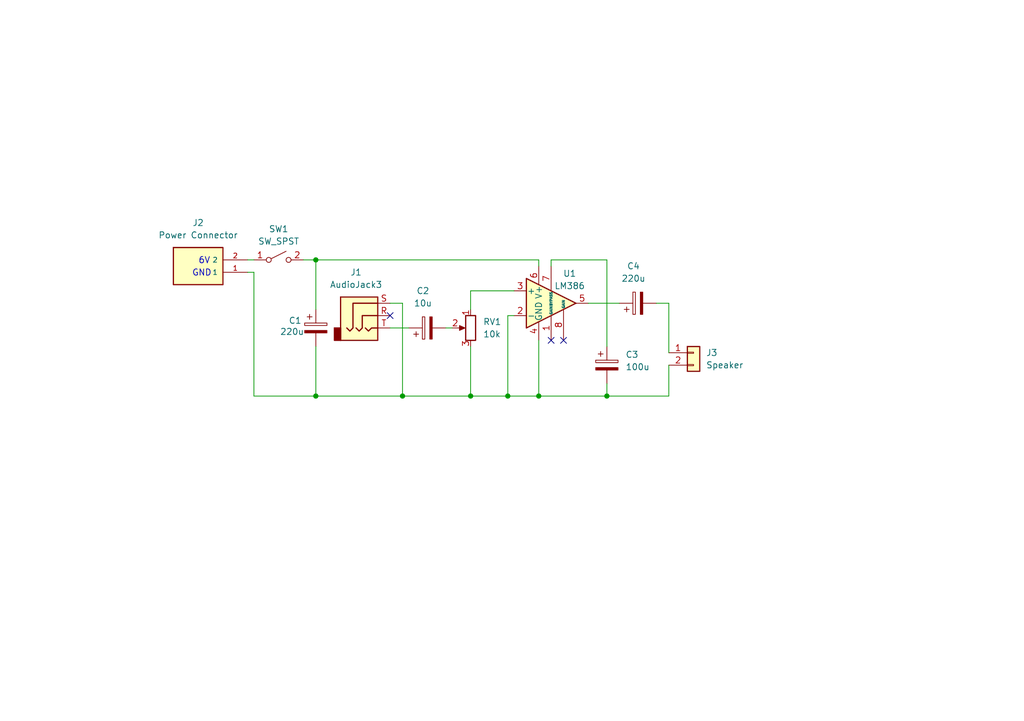
<source format=kicad_sch>
(kicad_sch
	(version 20250114)
	(generator "eeschema")
	(generator_version "9.0")
	(uuid "5f848165-ec96-4f3e-be14-bab1aa8ce7bc")
	(paper "A5")
	(lib_symbols
		(symbol "Amplifier_Audio:LM386"
			(pin_names
				(offset 0.127)
			)
			(exclude_from_sim no)
			(in_bom yes)
			(on_board yes)
			(property "Reference" "U"
				(at 1.27 7.62 0)
				(effects
					(font
						(size 1.27 1.27)
					)
					(justify left)
				)
			)
			(property "Value" "LM386"
				(at 1.27 5.08 0)
				(effects
					(font
						(size 1.27 1.27)
					)
					(justify left)
				)
			)
			(property "Footprint" ""
				(at 2.54 2.54 0)
				(effects
					(font
						(size 1.27 1.27)
					)
					(hide yes)
				)
			)
			(property "Datasheet" "http://www.ti.com/lit/ds/symlink/lm386.pdf"
				(at 5.08 5.08 0)
				(effects
					(font
						(size 1.27 1.27)
					)
					(hide yes)
				)
			)
			(property "Description" "Low Voltage Audio Power Amplifier, DIP-8/SOIC-8/SSOP-8"
				(at 0 0 0)
				(effects
					(font
						(size 1.27 1.27)
					)
					(hide yes)
				)
			)
			(property "ki_keywords" "single Power opamp"
				(at 0 0 0)
				(effects
					(font
						(size 1.27 1.27)
					)
					(hide yes)
				)
			)
			(property "ki_fp_filters" "SOIC*3.9x4.9mm*P1.27mm* DIP*W7.62mm* MSSOP*P0.65mm* TSSOP*3x3mm*P0.5mm*"
				(at 0 0 0)
				(effects
					(font
						(size 1.27 1.27)
					)
					(hide yes)
				)
			)
			(symbol "LM386_0_1"
				(polyline
					(pts
						(xy 5.08 0) (xy -5.08 5.08) (xy -5.08 -5.08) (xy 5.08 0)
					)
					(stroke
						(width 0.254)
						(type default)
					)
					(fill
						(type background)
					)
				)
			)
			(symbol "LM386_1_1"
				(pin input line
					(at -7.62 2.54 0)
					(length 2.54)
					(name "+"
						(effects
							(font
								(size 1.27 1.27)
							)
						)
					)
					(number "3"
						(effects
							(font
								(size 1.27 1.27)
							)
						)
					)
				)
				(pin input line
					(at -7.62 -2.54 0)
					(length 2.54)
					(name "-"
						(effects
							(font
								(size 1.27 1.27)
							)
						)
					)
					(number "2"
						(effects
							(font
								(size 1.27 1.27)
							)
						)
					)
				)
				(pin power_in line
					(at -2.54 7.62 270)
					(length 3.81)
					(name "V+"
						(effects
							(font
								(size 1.27 1.27)
							)
						)
					)
					(number "6"
						(effects
							(font
								(size 1.27 1.27)
							)
						)
					)
				)
				(pin power_in line
					(at -2.54 -7.62 90)
					(length 3.81)
					(name "GND"
						(effects
							(font
								(size 1.27 1.27)
							)
						)
					)
					(number "4"
						(effects
							(font
								(size 1.27 1.27)
							)
						)
					)
				)
				(pin input line
					(at 0 7.62 270)
					(length 5.08)
					(name "BYPASS"
						(effects
							(font
								(size 0.508 0.508)
							)
						)
					)
					(number "7"
						(effects
							(font
								(size 1.27 1.27)
							)
						)
					)
				)
				(pin input line
					(at 0 -7.62 90)
					(length 5.08)
					(name "GAIN"
						(effects
							(font
								(size 0.508 0.508)
							)
						)
					)
					(number "1"
						(effects
							(font
								(size 1.27 1.27)
							)
						)
					)
				)
				(pin input line
					(at 2.54 -7.62 90)
					(length 6.35)
					(name "GAIN"
						(effects
							(font
								(size 0.508 0.508)
							)
						)
					)
					(number "8"
						(effects
							(font
								(size 1.27 1.27)
							)
						)
					)
				)
				(pin output line
					(at 7.62 0 180)
					(length 2.54)
					(name "~"
						(effects
							(font
								(size 1.27 1.27)
							)
						)
					)
					(number "5"
						(effects
							(font
								(size 1.27 1.27)
							)
						)
					)
				)
			)
			(embedded_fonts no)
		)
		(symbol "Connector_Audio:AudioJack3"
			(exclude_from_sim no)
			(in_bom yes)
			(on_board yes)
			(property "Reference" "J"
				(at 0 8.89 0)
				(effects
					(font
						(size 1.27 1.27)
					)
				)
			)
			(property "Value" "AudioJack3"
				(at 0 6.35 0)
				(effects
					(font
						(size 1.27 1.27)
					)
				)
			)
			(property "Footprint" ""
				(at 0 0 0)
				(effects
					(font
						(size 1.27 1.27)
					)
					(hide yes)
				)
			)
			(property "Datasheet" "~"
				(at 0 0 0)
				(effects
					(font
						(size 1.27 1.27)
					)
					(hide yes)
				)
			)
			(property "Description" "Audio Jack, 3 Poles (Stereo / TRS)"
				(at 0 0 0)
				(effects
					(font
						(size 1.27 1.27)
					)
					(hide yes)
				)
			)
			(property "ki_keywords" "audio jack receptacle stereo headphones phones TRS connector"
				(at 0 0 0)
				(effects
					(font
						(size 1.27 1.27)
					)
					(hide yes)
				)
			)
			(property "ki_fp_filters" "Jack*"
				(at 0 0 0)
				(effects
					(font
						(size 1.27 1.27)
					)
					(hide yes)
				)
			)
			(symbol "AudioJack3_0_1"
				(rectangle
					(start -5.08 -5.08)
					(end -6.35 -2.54)
					(stroke
						(width 0.254)
						(type default)
					)
					(fill
						(type outline)
					)
				)
				(polyline
					(pts
						(xy -1.905 -2.54) (xy -1.27 -3.175) (xy -0.635 -2.54) (xy -0.635 0) (xy 2.54 0)
					)
					(stroke
						(width 0.254)
						(type default)
					)
					(fill
						(type none)
					)
				)
				(polyline
					(pts
						(xy 0 -2.54) (xy 0.635 -3.175) (xy 1.27 -2.54) (xy 2.54 -2.54)
					)
					(stroke
						(width 0.254)
						(type default)
					)
					(fill
						(type none)
					)
				)
				(rectangle
					(start 2.54 3.81)
					(end -5.08 -5.08)
					(stroke
						(width 0.254)
						(type default)
					)
					(fill
						(type background)
					)
				)
				(polyline
					(pts
						(xy 2.54 2.54) (xy -2.54 2.54) (xy -2.54 -2.54) (xy -3.175 -3.175) (xy -3.81 -2.54)
					)
					(stroke
						(width 0.254)
						(type default)
					)
					(fill
						(type none)
					)
				)
			)
			(symbol "AudioJack3_1_1"
				(pin passive line
					(at 5.08 2.54 180)
					(length 2.54)
					(name "~"
						(effects
							(font
								(size 1.27 1.27)
							)
						)
					)
					(number "S"
						(effects
							(font
								(size 1.27 1.27)
							)
						)
					)
				)
				(pin passive line
					(at 5.08 0 180)
					(length 2.54)
					(name "~"
						(effects
							(font
								(size 1.27 1.27)
							)
						)
					)
					(number "R"
						(effects
							(font
								(size 1.27 1.27)
							)
						)
					)
				)
				(pin passive line
					(at 5.08 -2.54 180)
					(length 2.54)
					(name "~"
						(effects
							(font
								(size 1.27 1.27)
							)
						)
					)
					(number "T"
						(effects
							(font
								(size 1.27 1.27)
							)
						)
					)
				)
			)
			(embedded_fonts no)
		)
		(symbol "Connector_Generic:Conn_01x02"
			(pin_names
				(offset 1.016)
				(hide yes)
			)
			(exclude_from_sim no)
			(in_bom yes)
			(on_board yes)
			(property "Reference" "J"
				(at 0 2.54 0)
				(effects
					(font
						(size 1.27 1.27)
					)
				)
			)
			(property "Value" "Conn_01x02"
				(at 0 -5.08 0)
				(effects
					(font
						(size 1.27 1.27)
					)
				)
			)
			(property "Footprint" ""
				(at 0 0 0)
				(effects
					(font
						(size 1.27 1.27)
					)
					(hide yes)
				)
			)
			(property "Datasheet" "~"
				(at 0 0 0)
				(effects
					(font
						(size 1.27 1.27)
					)
					(hide yes)
				)
			)
			(property "Description" "Generic connector, single row, 01x02, script generated (kicad-library-utils/schlib/autogen/connector/)"
				(at 0 0 0)
				(effects
					(font
						(size 1.27 1.27)
					)
					(hide yes)
				)
			)
			(property "ki_keywords" "connector"
				(at 0 0 0)
				(effects
					(font
						(size 1.27 1.27)
					)
					(hide yes)
				)
			)
			(property "ki_fp_filters" "Connector*:*_1x??_*"
				(at 0 0 0)
				(effects
					(font
						(size 1.27 1.27)
					)
					(hide yes)
				)
			)
			(symbol "Conn_01x02_1_1"
				(rectangle
					(start -1.27 1.27)
					(end 1.27 -3.81)
					(stroke
						(width 0.254)
						(type default)
					)
					(fill
						(type background)
					)
				)
				(rectangle
					(start -1.27 0.127)
					(end 0 -0.127)
					(stroke
						(width 0.1524)
						(type default)
					)
					(fill
						(type none)
					)
				)
				(rectangle
					(start -1.27 -2.413)
					(end 0 -2.667)
					(stroke
						(width 0.1524)
						(type default)
					)
					(fill
						(type none)
					)
				)
				(pin passive line
					(at -5.08 0 0)
					(length 3.81)
					(name "Pin_1"
						(effects
							(font
								(size 1.27 1.27)
							)
						)
					)
					(number "1"
						(effects
							(font
								(size 1.27 1.27)
							)
						)
					)
				)
				(pin passive line
					(at -5.08 -2.54 0)
					(length 3.81)
					(name "Pin_2"
						(effects
							(font
								(size 1.27 1.27)
							)
						)
					)
					(number "2"
						(effects
							(font
								(size 1.27 1.27)
							)
						)
					)
				)
			)
			(embedded_fonts no)
		)
		(symbol "Device:C_Polarized"
			(pin_numbers
				(hide yes)
			)
			(pin_names
				(offset 0.254)
			)
			(exclude_from_sim no)
			(in_bom yes)
			(on_board yes)
			(property "Reference" "C"
				(at 0.635 2.54 0)
				(effects
					(font
						(size 1.27 1.27)
					)
					(justify left)
				)
			)
			(property "Value" "C_Polarized"
				(at 0.635 -2.54 0)
				(effects
					(font
						(size 1.27 1.27)
					)
					(justify left)
				)
			)
			(property "Footprint" ""
				(at 0.9652 -3.81 0)
				(effects
					(font
						(size 1.27 1.27)
					)
					(hide yes)
				)
			)
			(property "Datasheet" "~"
				(at 0 0 0)
				(effects
					(font
						(size 1.27 1.27)
					)
					(hide yes)
				)
			)
			(property "Description" "Polarized capacitor"
				(at 0 0 0)
				(effects
					(font
						(size 1.27 1.27)
					)
					(hide yes)
				)
			)
			(property "ki_keywords" "cap capacitor"
				(at 0 0 0)
				(effects
					(font
						(size 1.27 1.27)
					)
					(hide yes)
				)
			)
			(property "ki_fp_filters" "CP_*"
				(at 0 0 0)
				(effects
					(font
						(size 1.27 1.27)
					)
					(hide yes)
				)
			)
			(symbol "C_Polarized_0_1"
				(rectangle
					(start -2.286 0.508)
					(end 2.286 1.016)
					(stroke
						(width 0)
						(type default)
					)
					(fill
						(type none)
					)
				)
				(polyline
					(pts
						(xy -1.778 2.286) (xy -0.762 2.286)
					)
					(stroke
						(width 0)
						(type default)
					)
					(fill
						(type none)
					)
				)
				(polyline
					(pts
						(xy -1.27 2.794) (xy -1.27 1.778)
					)
					(stroke
						(width 0)
						(type default)
					)
					(fill
						(type none)
					)
				)
				(rectangle
					(start 2.286 -0.508)
					(end -2.286 -1.016)
					(stroke
						(width 0)
						(type default)
					)
					(fill
						(type outline)
					)
				)
			)
			(symbol "C_Polarized_1_1"
				(pin passive line
					(at 0 3.81 270)
					(length 2.794)
					(name "~"
						(effects
							(font
								(size 1.27 1.27)
							)
						)
					)
					(number "1"
						(effects
							(font
								(size 1.27 1.27)
							)
						)
					)
				)
				(pin passive line
					(at 0 -3.81 90)
					(length 2.794)
					(name "~"
						(effects
							(font
								(size 1.27 1.27)
							)
						)
					)
					(number "2"
						(effects
							(font
								(size 1.27 1.27)
							)
						)
					)
				)
			)
			(embedded_fonts no)
		)
		(symbol "Device:R_Potentiometer"
			(pin_names
				(offset 1.016)
				(hide yes)
			)
			(exclude_from_sim no)
			(in_bom yes)
			(on_board yes)
			(property "Reference" "RV"
				(at -4.445 0 90)
				(effects
					(font
						(size 1.27 1.27)
					)
				)
			)
			(property "Value" "R_Potentiometer"
				(at -2.54 0 90)
				(effects
					(font
						(size 1.27 1.27)
					)
				)
			)
			(property "Footprint" ""
				(at 0 0 0)
				(effects
					(font
						(size 1.27 1.27)
					)
					(hide yes)
				)
			)
			(property "Datasheet" "~"
				(at 0 0 0)
				(effects
					(font
						(size 1.27 1.27)
					)
					(hide yes)
				)
			)
			(property "Description" "Potentiometer"
				(at 0 0 0)
				(effects
					(font
						(size 1.27 1.27)
					)
					(hide yes)
				)
			)
			(property "ki_keywords" "resistor variable"
				(at 0 0 0)
				(effects
					(font
						(size 1.27 1.27)
					)
					(hide yes)
				)
			)
			(property "ki_fp_filters" "Potentiometer*"
				(at 0 0 0)
				(effects
					(font
						(size 1.27 1.27)
					)
					(hide yes)
				)
			)
			(symbol "R_Potentiometer_0_1"
				(rectangle
					(start 1.016 2.54)
					(end -1.016 -2.54)
					(stroke
						(width 0.254)
						(type default)
					)
					(fill
						(type none)
					)
				)
				(polyline
					(pts
						(xy 1.143 0) (xy 2.286 0.508) (xy 2.286 -0.508) (xy 1.143 0)
					)
					(stroke
						(width 0)
						(type default)
					)
					(fill
						(type outline)
					)
				)
				(polyline
					(pts
						(xy 2.54 0) (xy 1.524 0)
					)
					(stroke
						(width 0)
						(type default)
					)
					(fill
						(type none)
					)
				)
			)
			(symbol "R_Potentiometer_1_1"
				(pin passive line
					(at 0 3.81 270)
					(length 1.27)
					(name "1"
						(effects
							(font
								(size 1.27 1.27)
							)
						)
					)
					(number "1"
						(effects
							(font
								(size 1.27 1.27)
							)
						)
					)
				)
				(pin passive line
					(at 0 -3.81 90)
					(length 1.27)
					(name "3"
						(effects
							(font
								(size 1.27 1.27)
							)
						)
					)
					(number "3"
						(effects
							(font
								(size 1.27 1.27)
							)
						)
					)
				)
				(pin passive line
					(at 3.81 0 180)
					(length 1.27)
					(name "2"
						(effects
							(font
								(size 1.27 1.27)
							)
						)
					)
					(number "2"
						(effects
							(font
								(size 1.27 1.27)
							)
						)
					)
				)
			)
			(embedded_fonts no)
		)
		(symbol "OSTTA020161:OSTTA020161"
			(pin_names
				(offset 1.016)
			)
			(exclude_from_sim no)
			(in_bom yes)
			(on_board yes)
			(property "Reference" "J"
				(at -5.08 5.842 0)
				(effects
					(font
						(size 1.27 1.27)
					)
					(justify left bottom)
				)
			)
			(property "Value" "OSTTA020161"
				(at -5.08 -5.08 0)
				(effects
					(font
						(size 1.27 1.27)
					)
					(justify left bottom)
				)
			)
			(property "Footprint" "OSTTA020161:OST_OSTTA020161"
				(at 0 0 0)
				(effects
					(font
						(size 1.27 1.27)
					)
					(justify bottom)
					(hide yes)
				)
			)
			(property "Datasheet" ""
				(at 0 0 0)
				(effects
					(font
						(size 1.27 1.27)
					)
					(hide yes)
				)
			)
			(property "Description" "2 Position Wire to Board Terminal Block Horizontal with Board 0.197 (5.00mm) Through Hole"
				(at 0 0 0)
				(effects
					(font
						(size 1.27 1.27)
					)
					(justify bottom)
					(hide yes)
				)
			)
			(property "MF" "On Shore"
				(at 0 0 0)
				(effects
					(font
						(size 1.27 1.27)
					)
					(justify bottom)
					(hide yes)
				)
			)
			(property "PACKAGE" "None"
				(at 0 0 0)
				(effects
					(font
						(size 1.27 1.27)
					)
					(justify bottom)
					(hide yes)
				)
			)
			(property "PRICE" "None"
				(at 0 0 0)
				(effects
					(font
						(size 1.27 1.27)
					)
					(justify bottom)
					(hide yes)
				)
			)
			(property "Package" "None"
				(at 0 0 0)
				(effects
					(font
						(size 1.27 1.27)
					)
					(justify bottom)
					(hide yes)
				)
			)
			(property "Check_prices" "https://www.snapeda.com/parts/OSTTA020161/ON/view-part/?ref=eda"
				(at 0 0 0)
				(effects
					(font
						(size 1.27 1.27)
					)
					(justify bottom)
					(hide yes)
				)
			)
			(property "Price" "None"
				(at 0 0 0)
				(effects
					(font
						(size 1.27 1.27)
					)
					(justify bottom)
					(hide yes)
				)
			)
			(property "SnapEDA_Link" "https://www.snapeda.com/parts/OSTTA020161/ON/view-part/?ref=snap"
				(at 0 0 0)
				(effects
					(font
						(size 1.27 1.27)
					)
					(justify bottom)
					(hide yes)
				)
			)
			(property "MP" "OSTTA020161"
				(at 0 0 0)
				(effects
					(font
						(size 1.27 1.27)
					)
					(justify bottom)
					(hide yes)
				)
			)
			(property "Description_1" "\n                        \n                            2 Position Wire to Board Terminal Block Horizontal with Board 0.197 (5.00mm) Through Hole\n                        \n"
				(at 0 0 0)
				(effects
					(font
						(size 1.27 1.27)
					)
					(justify bottom)
					(hide yes)
				)
			)
			(property "Availability" "In Stock"
				(at 0 0 0)
				(effects
					(font
						(size 1.27 1.27)
					)
					(justify bottom)
					(hide yes)
				)
			)
			(property "AVAILABILITY" "In Stock"
				(at 0 0 0)
				(effects
					(font
						(size 1.27 1.27)
					)
					(justify bottom)
					(hide yes)
				)
			)
			(property "PURCHASE-URL" "https://pricing.snapeda.com/search/part/OSTTA020161/?ref=eda"
				(at 0 0 0)
				(effects
					(font
						(size 1.27 1.27)
					)
					(justify bottom)
					(hide yes)
				)
			)
			(symbol "OSTTA020161_0_0"
				(rectangle
					(start -5.08 -2.54)
					(end 5.08 5.08)
					(stroke
						(width 0.254)
						(type default)
					)
					(fill
						(type background)
					)
				)
				(pin passive line
					(at -10.16 2.54 0)
					(length 5.08)
					(name "1"
						(effects
							(font
								(size 1.016 1.016)
							)
						)
					)
					(number "1"
						(effects
							(font
								(size 1.016 1.016)
							)
						)
					)
				)
				(pin passive line
					(at -10.16 0 0)
					(length 5.08)
					(name "2"
						(effects
							(font
								(size 1.016 1.016)
							)
						)
					)
					(number "2"
						(effects
							(font
								(size 1.016 1.016)
							)
						)
					)
				)
			)
			(embedded_fonts no)
		)
		(symbol "Switch:SW_SPST"
			(pin_names
				(offset 0)
				(hide yes)
			)
			(exclude_from_sim no)
			(in_bom yes)
			(on_board yes)
			(property "Reference" "SW"
				(at 0 3.175 0)
				(effects
					(font
						(size 1.27 1.27)
					)
				)
			)
			(property "Value" "SW_SPST"
				(at 0 -2.54 0)
				(effects
					(font
						(size 1.27 1.27)
					)
				)
			)
			(property "Footprint" ""
				(at 0 0 0)
				(effects
					(font
						(size 1.27 1.27)
					)
					(hide yes)
				)
			)
			(property "Datasheet" "~"
				(at 0 0 0)
				(effects
					(font
						(size 1.27 1.27)
					)
					(hide yes)
				)
			)
			(property "Description" "Single Pole Single Throw (SPST) switch"
				(at 0 0 0)
				(effects
					(font
						(size 1.27 1.27)
					)
					(hide yes)
				)
			)
			(property "ki_keywords" "switch lever"
				(at 0 0 0)
				(effects
					(font
						(size 1.27 1.27)
					)
					(hide yes)
				)
			)
			(symbol "SW_SPST_0_0"
				(circle
					(center -2.032 0)
					(radius 0.508)
					(stroke
						(width 0)
						(type default)
					)
					(fill
						(type none)
					)
				)
				(polyline
					(pts
						(xy -1.524 0.254) (xy 1.524 1.778)
					)
					(stroke
						(width 0)
						(type default)
					)
					(fill
						(type none)
					)
				)
				(circle
					(center 2.032 0)
					(radius 0.508)
					(stroke
						(width 0)
						(type default)
					)
					(fill
						(type none)
					)
				)
			)
			(symbol "SW_SPST_1_1"
				(pin passive line
					(at -5.08 0 0)
					(length 2.54)
					(name "A"
						(effects
							(font
								(size 1.27 1.27)
							)
						)
					)
					(number "1"
						(effects
							(font
								(size 1.27 1.27)
							)
						)
					)
				)
				(pin passive line
					(at 5.08 0 180)
					(length 2.54)
					(name "B"
						(effects
							(font
								(size 1.27 1.27)
							)
						)
					)
					(number "2"
						(effects
							(font
								(size 1.27 1.27)
							)
						)
					)
				)
			)
			(embedded_fonts no)
		)
	)
	(text "6V"
		(exclude_from_sim no)
		(at 41.91 53.594 0)
		(effects
			(font
				(size 1.27 1.27)
			)
		)
		(uuid "0dcc82a1-132a-47a0-8256-13d1db43a213")
	)
	(text "GND"
		(exclude_from_sim no)
		(at 41.402 56.134 0)
		(effects
			(font
				(size 1.27 1.27)
			)
		)
		(uuid "8a813113-8a6b-4e58-b919-3dea9c7481af")
	)
	(junction
		(at 124.46 81.28)
		(diameter 0)
		(color 0 0 0 0)
		(uuid "170a220a-66dc-46d9-9a3c-5db957be3e7e")
	)
	(junction
		(at 82.55 81.28)
		(diameter 0)
		(color 0 0 0 0)
		(uuid "27979855-42c4-4ed0-aa09-475c36a49b3b")
	)
	(junction
		(at 64.77 53.34)
		(diameter 0)
		(color 0 0 0 0)
		(uuid "2cb7c983-5caa-41b4-a72a-ff2a1a240cb1")
	)
	(junction
		(at 64.77 81.28)
		(diameter 0)
		(color 0 0 0 0)
		(uuid "3d1890ad-ae7f-48ef-aba1-d899fa2d3e4c")
	)
	(junction
		(at 110.49 81.28)
		(diameter 0)
		(color 0 0 0 0)
		(uuid "7c7eb471-7fc3-4422-a6f9-e760d8e79e25")
	)
	(junction
		(at 96.52 81.28)
		(diameter 0)
		(color 0 0 0 0)
		(uuid "7e3beaf1-4c2d-43eb-9ec1-3e80413f10f5")
	)
	(junction
		(at 104.14 81.28)
		(diameter 0)
		(color 0 0 0 0)
		(uuid "9cfc826f-dace-48cf-8cee-c5477f1b375c")
	)
	(no_connect
		(at 113.03 69.85)
		(uuid "1e995726-ebb0-4943-bdf1-c393f959afd9")
	)
	(no_connect
		(at 115.57 69.85)
		(uuid "9f57208f-584c-49df-bf0a-3cc43c5deeda")
	)
	(no_connect
		(at 80.01 64.77)
		(uuid "b703b16e-3272-4af5-a3ca-e1f079024059")
	)
	(wire
		(pts
			(xy 137.16 62.23) (xy 137.16 72.39)
		)
		(stroke
			(width 0)
			(type default)
		)
		(uuid "0573aee1-aae2-4e35-9eb3-426aedcd22b2")
	)
	(wire
		(pts
			(xy 96.52 81.28) (xy 104.14 81.28)
		)
		(stroke
			(width 0)
			(type default)
		)
		(uuid "10852963-8b1e-4653-9318-78d72f39594a")
	)
	(wire
		(pts
			(xy 64.77 71.12) (xy 64.77 81.28)
		)
		(stroke
			(width 0)
			(type default)
		)
		(uuid "171e16cb-9479-4408-a128-d1e47f920739")
	)
	(wire
		(pts
			(xy 105.41 64.77) (xy 104.14 64.77)
		)
		(stroke
			(width 0)
			(type default)
		)
		(uuid "1bfd6c5e-33c8-4470-bb87-a620632553da")
	)
	(wire
		(pts
			(xy 124.46 53.34) (xy 124.46 71.12)
		)
		(stroke
			(width 0)
			(type default)
		)
		(uuid "1d481b2c-9b6e-459c-a91b-520b45a695ce")
	)
	(wire
		(pts
			(xy 124.46 78.74) (xy 124.46 81.28)
		)
		(stroke
			(width 0)
			(type default)
		)
		(uuid "1eecc98b-cebc-4bbd-879a-6557ba9fdc90")
	)
	(wire
		(pts
			(xy 104.14 81.28) (xy 110.49 81.28)
		)
		(stroke
			(width 0)
			(type default)
		)
		(uuid "28e9f137-a302-44af-820e-ef5cf501e781")
	)
	(wire
		(pts
			(xy 64.77 53.34) (xy 64.77 63.5)
		)
		(stroke
			(width 0)
			(type default)
		)
		(uuid "30177051-0fd9-449e-827f-5fb4e128fbc7")
	)
	(wire
		(pts
			(xy 62.23 53.34) (xy 64.77 53.34)
		)
		(stroke
			(width 0)
			(type default)
		)
		(uuid "3f1679a1-bee2-420b-8f36-a1210a653ddb")
	)
	(wire
		(pts
			(xy 80.01 62.23) (xy 82.55 62.23)
		)
		(stroke
			(width 0)
			(type default)
		)
		(uuid "5804adbd-b2e0-4148-9349-61311a6ae463")
	)
	(wire
		(pts
			(xy 82.55 81.28) (xy 96.52 81.28)
		)
		(stroke
			(width 0)
			(type default)
		)
		(uuid "581a6607-3620-4dec-8494-cfc7793d0661")
	)
	(wire
		(pts
			(xy 92.71 67.31) (xy 91.44 67.31)
		)
		(stroke
			(width 0)
			(type default)
		)
		(uuid "5a4fdf9b-9228-437d-bf5f-e8e39c9fc316")
	)
	(wire
		(pts
			(xy 52.07 81.28) (xy 64.77 81.28)
		)
		(stroke
			(width 0)
			(type default)
		)
		(uuid "68846297-805b-4cec-b819-5164627f6e97")
	)
	(wire
		(pts
			(xy 64.77 81.28) (xy 82.55 81.28)
		)
		(stroke
			(width 0)
			(type default)
		)
		(uuid "7866da00-ed18-40fe-9881-5425a2d0228c")
	)
	(wire
		(pts
			(xy 124.46 81.28) (xy 137.16 81.28)
		)
		(stroke
			(width 0)
			(type default)
		)
		(uuid "7f7ef353-ec60-4fa9-a14e-e3b48796757b")
	)
	(wire
		(pts
			(xy 80.01 67.31) (xy 83.82 67.31)
		)
		(stroke
			(width 0)
			(type default)
		)
		(uuid "84ee7456-dfae-4866-8f3e-40b490644122")
	)
	(wire
		(pts
			(xy 120.65 62.23) (xy 127 62.23)
		)
		(stroke
			(width 0)
			(type default)
		)
		(uuid "966386d1-c742-4082-85f5-df2f89e59475")
	)
	(wire
		(pts
			(xy 104.14 64.77) (xy 104.14 81.28)
		)
		(stroke
			(width 0)
			(type default)
		)
		(uuid "984fb87b-2a3d-4e74-ab5b-3fb425e1d944")
	)
	(wire
		(pts
			(xy 82.55 62.23) (xy 82.55 81.28)
		)
		(stroke
			(width 0)
			(type default)
		)
		(uuid "9b913ee1-974c-4b64-968d-dd1bd7e1c416")
	)
	(wire
		(pts
			(xy 50.8 53.34) (xy 52.07 53.34)
		)
		(stroke
			(width 0)
			(type default)
		)
		(uuid "9e2bde9b-bed9-4e0e-adf7-36d91e346f76")
	)
	(wire
		(pts
			(xy 113.03 53.34) (xy 124.46 53.34)
		)
		(stroke
			(width 0)
			(type default)
		)
		(uuid "a68248aa-4b34-4ca6-8c1e-5925877875d2")
	)
	(wire
		(pts
			(xy 137.16 74.93) (xy 137.16 81.28)
		)
		(stroke
			(width 0)
			(type default)
		)
		(uuid "ac51ad46-0275-4f73-bcc0-127e4df8bb7a")
	)
	(wire
		(pts
			(xy 110.49 69.85) (xy 110.49 81.28)
		)
		(stroke
			(width 0)
			(type default)
		)
		(uuid "b4ac4c7d-8e71-4007-8971-3d69d2ed7aa6")
	)
	(wire
		(pts
			(xy 137.16 62.23) (xy 134.62 62.23)
		)
		(stroke
			(width 0)
			(type default)
		)
		(uuid "c06e654c-7604-4887-876e-b181d66e46ae")
	)
	(wire
		(pts
			(xy 96.52 59.69) (xy 105.41 59.69)
		)
		(stroke
			(width 0)
			(type default)
		)
		(uuid "c958735d-2f5b-4451-8500-25c360c1dd5f")
	)
	(wire
		(pts
			(xy 64.77 53.34) (xy 110.49 53.34)
		)
		(stroke
			(width 0)
			(type default)
		)
		(uuid "cd4e4275-b40e-4831-b127-55267dfc2097")
	)
	(wire
		(pts
			(xy 52.07 81.28) (xy 52.07 55.88)
		)
		(stroke
			(width 0)
			(type default)
		)
		(uuid "d3b1924a-8538-489b-aa5e-bf6b081527bd")
	)
	(wire
		(pts
			(xy 110.49 81.28) (xy 124.46 81.28)
		)
		(stroke
			(width 0)
			(type default)
		)
		(uuid "dbbe46ef-1b08-48ed-9071-362ac8dcd934")
	)
	(wire
		(pts
			(xy 110.49 53.34) (xy 110.49 54.61)
		)
		(stroke
			(width 0)
			(type default)
		)
		(uuid "e89dd351-6c4d-4821-bfc7-f30af695fa4b")
	)
	(wire
		(pts
			(xy 52.07 55.88) (xy 50.8 55.88)
		)
		(stroke
			(width 0)
			(type default)
		)
		(uuid "e8c96f79-3a62-4545-bd76-17f1602d2f1b")
	)
	(wire
		(pts
			(xy 96.52 63.5) (xy 96.52 59.69)
		)
		(stroke
			(width 0)
			(type default)
		)
		(uuid "eb3af5ec-8ac7-4b1d-a68b-ee4b0205644d")
	)
	(wire
		(pts
			(xy 96.52 71.12) (xy 96.52 81.28)
		)
		(stroke
			(width 0)
			(type default)
		)
		(uuid "f38d4381-452f-4de8-910b-37176f065064")
	)
	(wire
		(pts
			(xy 113.03 54.61) (xy 113.03 53.34)
		)
		(stroke
			(width 0)
			(type default)
		)
		(uuid "fa91e738-868c-4043-a0d4-ab7288d5dc38")
	)
	(symbol
		(lib_id "Amplifier_Audio:LM386")
		(at 113.03 62.23 0)
		(unit 1)
		(exclude_from_sim no)
		(in_bom yes)
		(on_board yes)
		(dnp no)
		(uuid "05daa1a0-48cb-4ee8-bd44-5569350a403d")
		(property "Reference" "U1"
			(at 116.84 56.134 0)
			(effects
				(font
					(size 1.27 1.27)
				)
			)
		)
		(property "Value" "LM386"
			(at 116.84 58.674 0)
			(effects
				(font
					(size 1.27 1.27)
				)
			)
		)
		(property "Footprint" "Package_DIP:DIP-8_W7.62mm_Socket_LongPads"
			(at 115.57 59.69 0)
			(effects
				(font
					(size 1.27 1.27)
				)
				(hide yes)
			)
		)
		(property "Datasheet" "http://www.ti.com/lit/ds/symlink/lm386.pdf"
			(at 118.11 57.15 0)
			(effects
				(font
					(size 1.27 1.27)
				)
				(hide yes)
			)
		)
		(property "Description" "Low Voltage Audio Power Amplifier, DIP-8/SOIC-8/SSOP-8"
			(at 113.03 62.23 0)
			(effects
				(font
					(size 1.27 1.27)
				)
				(hide yes)
			)
		)
		(property "Sim.Library" "LM386.lib"
			(at 113.03 62.23 0)
			(effects
				(font
					(size 1.27 1.27)
				)
				(hide yes)
			)
		)
		(property "Sim.Name" "LM386_TI"
			(at 113.03 62.23 0)
			(effects
				(font
					(size 1.27 1.27)
				)
				(hide yes)
			)
		)
		(property "Sim.Device" "SUBCKT"
			(at 113.03 62.23 0)
			(effects
				(font
					(size 1.27 1.27)
				)
				(hide yes)
			)
		)
		(property "Sim.Pins" "1=G1 2=INN 3=INP 4=DGND 5=OUT 6=VS 7=BYPASS 8=G8"
			(at 113.03 62.23 0)
			(effects
				(font
					(size 1.27 1.27)
				)
				(hide yes)
			)
		)
		(pin "6"
			(uuid "d4385251-69f1-4aea-99a7-4dc191096f8e")
		)
		(pin "1"
			(uuid "4d42d816-8ccb-4df1-8401-4836f05b4e42")
		)
		(pin "3"
			(uuid "4959b8ff-ebff-4230-9db1-8e644b6baf6a")
		)
		(pin "7"
			(uuid "f5a46355-d02c-4aaf-b5b5-7932902e5163")
		)
		(pin "4"
			(uuid "9978d976-68ca-4f72-8243-ee7dd6511f0d")
		)
		(pin "2"
			(uuid "76bb66ec-1d8d-4a0b-a32a-7c4852b5a504")
		)
		(pin "8"
			(uuid "e7a566b1-96d2-4c40-992b-b2aa7db1d419")
		)
		(pin "5"
			(uuid "e74e4684-7da3-4935-976f-e01a6e917ecc")
		)
		(instances
			(project ""
				(path "/5f848165-ec96-4f3e-be14-bab1aa8ce7bc"
					(reference "U1")
					(unit 1)
				)
			)
		)
	)
	(symbol
		(lib_id "Device:C_Polarized")
		(at 124.46 74.93 0)
		(unit 1)
		(exclude_from_sim no)
		(in_bom yes)
		(on_board yes)
		(dnp no)
		(fields_autoplaced yes)
		(uuid "0abb754e-6b85-4434-875c-d6f449c45aa5")
		(property "Reference" "C3"
			(at 128.27 72.7709 0)
			(effects
				(font
					(size 1.27 1.27)
				)
				(justify left)
			)
		)
		(property "Value" "100u"
			(at 128.27 75.3109 0)
			(effects
				(font
					(size 1.27 1.27)
				)
				(justify left)
			)
		)
		(property "Footprint" "Capacitor_THT:CP_Radial_D5.0mm_P2.00mm"
			(at 125.4252 78.74 0)
			(effects
				(font
					(size 1.27 1.27)
				)
				(hide yes)
			)
		)
		(property "Datasheet" "https://mauser.pt/catalog/product_info.php?products_id=004-0114"
			(at 124.46 74.93 0)
			(effects
				(font
					(size 1.27 1.27)
				)
				(hide yes)
			)
		)
		(property "Description" "Polarized capacitor"
			(at 124.46 74.93 0)
			(effects
				(font
					(size 1.27 1.27)
				)
				(hide yes)
			)
		)
		(pin "2"
			(uuid "e73a72d1-c238-45aa-803c-1777bffa4c81")
		)
		(pin "1"
			(uuid "76cce0d5-88f4-4606-8866-a6acdd49e452")
		)
		(instances
			(project "Kicad_Amplificador"
				(path "/5f848165-ec96-4f3e-be14-bab1aa8ce7bc"
					(reference "C3")
					(unit 1)
				)
			)
		)
	)
	(symbol
		(lib_id "OSTTA020161:OSTTA020161")
		(at 40.64 53.34 180)
		(unit 1)
		(exclude_from_sim no)
		(in_bom yes)
		(on_board yes)
		(dnp no)
		(uuid "0c73ca72-8e2a-4600-8adc-b006149043f4")
		(property "Reference" "J2"
			(at 40.64 45.72 0)
			(effects
				(font
					(size 1.27 1.27)
				)
			)
		)
		(property "Value" "Power Connector"
			(at 40.64 48.26 0)
			(effects
				(font
					(size 1.27 1.27)
				)
			)
		)
		(property "Footprint" "Componentes_kicad:OST_OSTTA020161"
			(at 40.64 53.34 0)
			(effects
				(font
					(size 1.27 1.27)
				)
				(justify bottom)
				(hide yes)
			)
		)
		(property "Datasheet" "https://www.snapeda.com/parts/OSTTA020161/On%20Shore/view-part/?welcome=home&ref=search&t=terminal+block+2+pin"
			(at 40.64 53.34 0)
			(effects
				(font
					(size 1.27 1.27)
				)
				(hide yes)
			)
		)
		(property "Description" ""
			(at 40.64 53.34 0)
			(effects
				(font
					(size 1.27 1.27)
				)
				(hide yes)
			)
		)
		(property "MF" "On Shore"
			(at 40.64 53.34 0)
			(effects
				(font
					(size 1.27 1.27)
				)
				(justify bottom)
				(hide yes)
			)
		)
		(property "DESCRIPTION" "2 Position Wire to Board Terminal Block Horizontal with Board 0.197 (5.00mm) Through Hole"
			(at 40.64 53.34 0)
			(effects
				(font
					(size 1.27 1.27)
				)
				(justify bottom)
				(hide yes)
			)
		)
		(property "PACKAGE" "None"
			(at 40.64 53.34 0)
			(effects
				(font
					(size 1.27 1.27)
				)
				(justify bottom)
				(hide yes)
			)
		)
		(property "PRICE" "None"
			(at 40.64 53.34 0)
			(effects
				(font
					(size 1.27 1.27)
				)
				(justify bottom)
				(hide yes)
			)
		)
		(property "Package" "None"
			(at 40.64 53.34 0)
			(effects
				(font
					(size 1.27 1.27)
				)
				(justify bottom)
				(hide yes)
			)
		)
		(property "Check_prices" "https://www.snapeda.com/parts/OSTTA020161/ON/view-part/?ref=eda"
			(at 40.64 53.34 0)
			(effects
				(font
					(size 1.27 1.27)
				)
				(justify bottom)
				(hide yes)
			)
		)
		(property "Price" "None"
			(at 40.64 53.34 0)
			(effects
				(font
					(size 1.27 1.27)
				)
				(justify bottom)
				(hide yes)
			)
		)
		(property "SnapEDA_Link" "https://www.snapeda.com/parts/OSTTA020161/ON/view-part/?ref=snap"
			(at 40.64 53.34 0)
			(effects
				(font
					(size 1.27 1.27)
				)
				(justify bottom)
				(hide yes)
			)
		)
		(property "MP" "OSTTA020161"
			(at 40.64 53.34 0)
			(effects
				(font
					(size 1.27 1.27)
				)
				(justify bottom)
				(hide yes)
			)
		)
		(property "Description_1" "\n                        \n                            2 Position Wire to Board Terminal Block Horizontal with Board 0.197 (5.00mm) Through Hole\n                        \n"
			(at 40.64 53.34 0)
			(effects
				(font
					(size 1.27 1.27)
				)
				(justify bottom)
				(hide yes)
			)
		)
		(property "Availability" "In Stock"
			(at 40.64 53.34 0)
			(effects
				(font
					(size 1.27 1.27)
				)
				(justify bottom)
				(hide yes)
			)
		)
		(property "AVAILABILITY" "In Stock"
			(at 40.64 53.34 0)
			(effects
				(font
					(size 1.27 1.27)
				)
				(justify bottom)
				(hide yes)
			)
		)
		(property "PURCHASE-URL" "https://pricing.snapeda.com/search/part/OSTTA020161/?ref=eda"
			(at 40.64 53.34 0)
			(effects
				(font
					(size 1.27 1.27)
				)
				(justify bottom)
				(hide yes)
			)
		)
		(pin "2"
			(uuid "f74768a6-6019-41f4-ba22-93095f123fa3")
		)
		(pin "1"
			(uuid "37716665-4869-4f68-b8bb-8ff5c40a5587")
		)
		(instances
			(project ""
				(path "/5f848165-ec96-4f3e-be14-bab1aa8ce7bc"
					(reference "J2")
					(unit 1)
				)
			)
		)
	)
	(symbol
		(lib_id "Device:R_Potentiometer")
		(at 96.52 67.31 0)
		(mirror y)
		(unit 1)
		(exclude_from_sim no)
		(in_bom yes)
		(on_board yes)
		(dnp no)
		(uuid "3f724918-81cc-47b2-af7a-d7ee5b4223b4")
		(property "Reference" "RV1"
			(at 99.06 66.0399 0)
			(effects
				(font
					(size 1.27 1.27)
				)
				(justify right)
			)
		)
		(property "Value" "10k"
			(at 99.06 68.5799 0)
			(effects
				(font
					(size 1.27 1.27)
				)
				(justify right)
			)
		)
		(property "Footprint" "Potentiometer_THT:Potentiometer_Runtron_RM-065_Vertical"
			(at 96.52 67.31 0)
			(effects
				(font
					(size 1.27 1.27)
				)
				(hide yes)
			)
		)
		(property "Datasheet" "https://components101.com/sites/default/files/component_datasheet/Preset%20Potentiometer%20%28Trimpot%29.pdf"
			(at 96.52 67.31 0)
			(effects
				(font
					(size 1.27 1.27)
				)
				(hide yes)
			)
		)
		(property "Description" "Potentiometer"
			(at 96.52 67.31 0)
			(effects
				(font
					(size 1.27 1.27)
				)
				(hide yes)
			)
		)
		(property "Sim.Device" "R"
			(at 96.52 67.31 0)
			(effects
				(font
					(size 1.27 1.27)
				)
				(hide yes)
			)
		)
		(property "Sim.Type" "POT"
			(at 96.52 67.31 0)
			(effects
				(font
					(size 1.27 1.27)
				)
				(hide yes)
			)
		)
		(property "Sim.Pins" "1=r0 2=wiper 3=r1"
			(at 96.52 67.31 0)
			(effects
				(font
					(size 1.27 1.27)
				)
				(hide yes)
			)
		)
		(property "Sim.Params" "r=10k pos=0.5"
			(at 96.52 67.31 0)
			(effects
				(font
					(size 1.27 1.27)
				)
				(hide yes)
			)
		)
		(pin "1"
			(uuid "85b057eb-3775-4107-a827-25a76c147102")
		)
		(pin "2"
			(uuid "6928ade5-6f12-4b66-87df-a009d12cb972")
		)
		(pin "3"
			(uuid "d157e700-be93-4410-8907-e637a1a5e1d0")
		)
		(instances
			(project ""
				(path "/5f848165-ec96-4f3e-be14-bab1aa8ce7bc"
					(reference "RV1")
					(unit 1)
				)
			)
		)
	)
	(symbol
		(lib_id "Connector_Audio:AudioJack3")
		(at 74.93 64.77 0)
		(unit 1)
		(exclude_from_sim no)
		(in_bom yes)
		(on_board yes)
		(dnp no)
		(fields_autoplaced yes)
		(uuid "5b3bef51-3867-4f74-8a64-94ec9c2c7c56")
		(property "Reference" "J1"
			(at 73.025 55.88 0)
			(effects
				(font
					(size 1.27 1.27)
				)
			)
		)
		(property "Value" "AudioJack3"
			(at 73.025 58.42 0)
			(effects
				(font
					(size 1.27 1.27)
				)
			)
		)
		(property "Footprint" "Connector_Audio:Jack_3.5mm_CUI_SJ1-3523N_Horizontal"
			(at 74.93 64.77 0)
			(effects
				(font
					(size 1.27 1.27)
				)
				(hide yes)
			)
		)
		(property "Datasheet" "https://www.sameskydevices.com/product/resource/sj1-352xn.pdf"
			(at 74.93 64.77 0)
			(effects
				(font
					(size 1.27 1.27)
				)
				(hide yes)
			)
		)
		(property "Description" "Audio Jack, 3 Poles (Stereo / TRS)"
			(at 74.93 64.77 0)
			(effects
				(font
					(size 1.27 1.27)
				)
				(hide yes)
			)
		)
		(pin "T"
			(uuid "20607683-c8c9-42f5-a992-cf9d57fbc561")
		)
		(pin "S"
			(uuid "c8ce8977-bf56-4511-b2f4-4afe7ebd1bb3")
		)
		(pin "R"
			(uuid "c148d922-794a-4527-88f7-3afc46d99751")
		)
		(instances
			(project ""
				(path "/5f848165-ec96-4f3e-be14-bab1aa8ce7bc"
					(reference "J1")
					(unit 1)
				)
			)
		)
	)
	(symbol
		(lib_id "Switch:SW_SPST")
		(at 57.15 53.34 0)
		(unit 1)
		(exclude_from_sim no)
		(in_bom yes)
		(on_board yes)
		(dnp no)
		(fields_autoplaced yes)
		(uuid "6fc78500-411e-4da4-bff2-5e25d093e27f")
		(property "Reference" "SW1"
			(at 57.15 46.99 0)
			(effects
				(font
					(size 1.27 1.27)
				)
			)
		)
		(property "Value" "SW_SPST"
			(at 57.15 49.53 0)
			(effects
				(font
					(size 1.27 1.27)
				)
			)
		)
		(property "Footprint" "Button_Switch_THT:SW_DIP_SPSTx01_Slide_9.78x4.72mm_W7.62mm_P2.54mm"
			(at 57.15 53.34 0)
			(effects
				(font
					(size 1.27 1.27)
				)
				(hide yes)
			)
		)
		(property "Datasheet" "https://www.ctscorp.com/wp-content/uploads/206-208.pdf"
			(at 57.15 53.34 0)
			(effects
				(font
					(size 1.27 1.27)
				)
				(hide yes)
			)
		)
		(property "Description" "Single Pole Single Throw (SPST) switch"
			(at 57.15 53.34 0)
			(effects
				(font
					(size 1.27 1.27)
				)
				(hide yes)
			)
		)
		(pin "1"
			(uuid "b7d96bdf-6803-4ae3-b65d-b04c5d7a9382")
		)
		(pin "2"
			(uuid "96bb80f2-4a81-4377-b893-81aa0b8e1f3e")
		)
		(instances
			(project ""
				(path "/5f848165-ec96-4f3e-be14-bab1aa8ce7bc"
					(reference "SW1")
					(unit 1)
				)
			)
		)
	)
	(symbol
		(lib_id "Device:C_Polarized")
		(at 130.81 62.23 90)
		(unit 1)
		(exclude_from_sim no)
		(in_bom yes)
		(on_board yes)
		(dnp no)
		(fields_autoplaced yes)
		(uuid "74c6db63-4154-4bb1-b886-31ca14de410a")
		(property "Reference" "C4"
			(at 129.921 54.61 90)
			(effects
				(font
					(size 1.27 1.27)
				)
			)
		)
		(property "Value" "220u"
			(at 129.921 57.15 90)
			(effects
				(font
					(size 1.27 1.27)
				)
			)
		)
		(property "Footprint" "Capacitor_THT:CP_Radial_D8.0mm_P3.50mm"
			(at 134.62 61.2648 0)
			(effects
				(font
					(size 1.27 1.27)
				)
				(hide yes)
			)
		)
		(property "Datasheet" "https://mauser.pt/catalog/product_info.php?products_id=004-0132"
			(at 130.81 62.23 0)
			(effects
				(font
					(size 1.27 1.27)
				)
				(hide yes)
			)
		)
		(property "Description" "Polarized capacitor"
			(at 130.81 62.23 0)
			(effects
				(font
					(size 1.27 1.27)
				)
				(hide yes)
			)
		)
		(property "Sim.Device" "C"
			(at 130.81 62.23 0)
			(effects
				(font
					(size 1.27 1.27)
				)
				(hide yes)
			)
		)
		(property "Sim.Pins" "1=+ 2=-"
			(at 130.81 62.23 0)
			(effects
				(font
					(size 1.27 1.27)
				)
				(hide yes)
			)
		)
		(pin "2"
			(uuid "b53f10eb-0bd0-4fdc-8a1a-a4b6b13c6f0b")
		)
		(pin "1"
			(uuid "e9ae60d5-18ea-41c2-b0d1-4093c7044255")
		)
		(instances
			(project "Kicad_Amplificador"
				(path "/5f848165-ec96-4f3e-be14-bab1aa8ce7bc"
					(reference "C4")
					(unit 1)
				)
			)
		)
	)
	(symbol
		(lib_id "Device:C_Polarized")
		(at 87.63 67.31 90)
		(unit 1)
		(exclude_from_sim no)
		(in_bom yes)
		(on_board yes)
		(dnp no)
		(fields_autoplaced yes)
		(uuid "7a9cb203-70f9-4118-808e-71b06a572f93")
		(property "Reference" "C2"
			(at 86.741 59.69 90)
			(effects
				(font
					(size 1.27 1.27)
				)
			)
		)
		(property "Value" "10u"
			(at 86.741 62.23 90)
			(effects
				(font
					(size 1.27 1.27)
				)
			)
		)
		(property "Footprint" "Capacitor_SMD:C_1206_3216Metric"
			(at 91.44 66.3448 0)
			(effects
				(font
					(size 1.27 1.27)
				)
				(hide yes)
			)
		)
		(property "Datasheet" "https://mauser.pt/catalog/product_info.php?products_id=004-1001"
			(at 87.63 67.31 0)
			(effects
				(font
					(size 1.27 1.27)
				)
				(hide yes)
			)
		)
		(property "Description" "Polarized capacitor"
			(at 87.63 67.31 0)
			(effects
				(font
					(size 1.27 1.27)
				)
				(hide yes)
			)
		)
		(pin "2"
			(uuid "56a0db6c-df4c-4301-9f12-ecdb53e9b10e")
		)
		(pin "1"
			(uuid "ec60e9c2-f687-48f7-b8fa-37486889d30e")
		)
		(instances
			(project ""
				(path "/5f848165-ec96-4f3e-be14-bab1aa8ce7bc"
					(reference "C2")
					(unit 1)
				)
			)
		)
	)
	(symbol
		(lib_id "Device:C_Polarized")
		(at 64.77 67.31 0)
		(unit 1)
		(exclude_from_sim no)
		(in_bom yes)
		(on_board yes)
		(dnp no)
		(uuid "888d9dae-c199-4037-9e40-e32d78e1bbe5")
		(property "Reference" "C1"
			(at 59.182 65.786 0)
			(effects
				(font
					(size 1.27 1.27)
				)
				(justify left)
			)
		)
		(property "Value" "220u"
			(at 57.404 68.072 0)
			(effects
				(font
					(size 1.27 1.27)
				)
				(justify left)
			)
		)
		(property "Footprint" "Capacitor_THT:CP_Radial_D8.0mm_P3.50mm"
			(at 65.7352 71.12 0)
			(effects
				(font
					(size 1.27 1.27)
				)
				(hide yes)
			)
		)
		(property "Datasheet" "https://mauser.pt/catalog/product_info.php?products_id=004-0132"
			(at 64.77 67.31 0)
			(effects
				(font
					(size 1.27 1.27)
				)
				(hide yes)
			)
		)
		(property "Description" "Polarized capacitor"
			(at 64.77 67.31 0)
			(effects
				(font
					(size 1.27 1.27)
				)
				(hide yes)
			)
		)
		(pin "2"
			(uuid "3bce1022-76fd-4299-87bb-ef0f58803f20")
		)
		(pin "1"
			(uuid "76f0a05d-025e-4524-9afc-1c028c98c58d")
		)
		(instances
			(project "Kicad_Amplificador"
				(path "/5f848165-ec96-4f3e-be14-bab1aa8ce7bc"
					(reference "C1")
					(unit 1)
				)
			)
		)
	)
	(symbol
		(lib_id "Connector_Generic:Conn_01x02")
		(at 142.24 72.39 0)
		(unit 1)
		(exclude_from_sim no)
		(in_bom yes)
		(on_board yes)
		(dnp no)
		(fields_autoplaced yes)
		(uuid "de840162-865f-48d7-aa32-60d23f719903")
		(property "Reference" "J3"
			(at 144.78 72.3899 0)
			(effects
				(font
					(size 1.27 1.27)
				)
				(justify left)
			)
		)
		(property "Value" "Speaker"
			(at 144.78 74.9299 0)
			(effects
				(font
					(size 1.27 1.27)
				)
				(justify left)
			)
		)
		(property "Footprint" "Connector_PinHeader_2.54mm:PinHeader_1x02_P2.54mm_Vertical"
			(at 142.24 72.39 0)
			(effects
				(font
					(size 1.27 1.27)
				)
				(hide yes)
			)
		)
		(property "Datasheet" "https://www.mouser.com/datasheet/2/4/page_280-282-24683.pdf"
			(at 142.24 72.39 0)
			(effects
				(font
					(size 1.27 1.27)
				)
				(hide yes)
			)
		)
		(property "Description" "Generic connector, single row, 01x02, script generated (kicad-library-utils/schlib/autogen/connector/)"
			(at 142.24 72.39 0)
			(effects
				(font
					(size 1.27 1.27)
				)
				(hide yes)
			)
		)
		(pin "1"
			(uuid "639c8c59-fc7f-4100-a581-5da55d831bad")
		)
		(pin "2"
			(uuid "d10f3096-2d9f-4242-9cd5-a27c7b9c2f53")
		)
		(instances
			(project ""
				(path "/5f848165-ec96-4f3e-be14-bab1aa8ce7bc"
					(reference "J3")
					(unit 1)
				)
			)
		)
	)
	(sheet_instances
		(path "/"
			(page "1")
		)
	)
	(embedded_fonts no)
)

</source>
